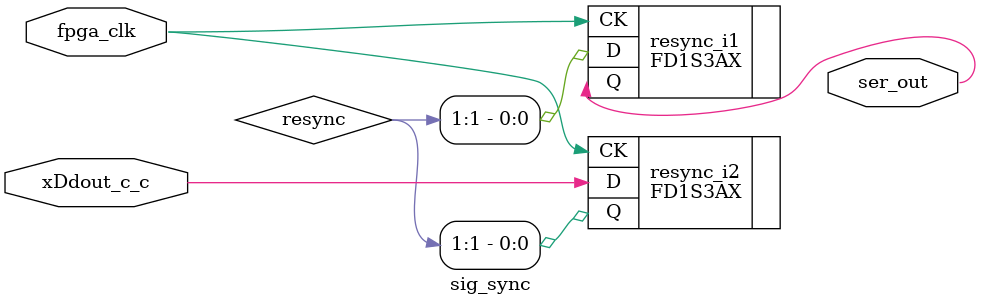
<source format=v>

module kbuf_top (Adout, Acs, Asck, Adin, Dlatch, Ddin, Dclk, Ddout, 
            kreset, xAdout, xAcs, xAsck, xAdin, xDlatch, xDdin, 
            xDclk, xDdout, ka_in, dac_out, t_out, leds, dac_clk) /* synthesis syn_module_defined=1 */ ;   // c:/dan/engineering/lattice/learning/kanalogbuffer/kbuf_top.v(1[8:16])
    input Adout;   // c:/dan/engineering/lattice/learning/kanalogbuffer/kbuf_top.v(4[8:13])
    input Acs;   // c:/dan/engineering/lattice/learning/kanalogbuffer/kbuf_top.v(5[8:11])
    input Asck;   // c:/dan/engineering/lattice/learning/kanalogbuffer/kbuf_top.v(6[8:12])
    input Adin;   // c:/dan/engineering/lattice/learning/kanalogbuffer/kbuf_top.v(7[8:12])
    input Dlatch;   // c:/dan/engineering/lattice/learning/kanalogbuffer/kbuf_top.v(9[8:14])
    output Ddin;   // c:/dan/engineering/lattice/learning/kanalogbuffer/kbuf_top.v(10[9:13])
    input Dclk;   // c:/dan/engineering/lattice/learning/kanalogbuffer/kbuf_top.v(11[8:12])
    input Ddout;   // c:/dan/engineering/lattice/learning/kanalogbuffer/kbuf_top.v(12[8:13])
    input kreset;   // c:/dan/engineering/lattice/learning/kanalogbuffer/kbuf_top.v(14[8:14])
    output xAdout;   // c:/dan/engineering/lattice/learning/kanalogbuffer/kbuf_top.v(17[9:15])
    output xAcs;   // c:/dan/engineering/lattice/learning/kanalogbuffer/kbuf_top.v(18[9:13])
    output xAsck;   // c:/dan/engineering/lattice/learning/kanalogbuffer/kbuf_top.v(19[9:14])
    output xAdin;   // c:/dan/engineering/lattice/learning/kanalogbuffer/kbuf_top.v(20[9:14])
    output xDlatch;   // c:/dan/engineering/lattice/learning/kanalogbuffer/kbuf_top.v(22[9:16])
    output xDdin;   // c:/dan/engineering/lattice/learning/kanalogbuffer/kbuf_top.v(23[9:14])
    output xDclk;   // c:/dan/engineering/lattice/learning/kanalogbuffer/kbuf_top.v(24[9:14])
    output xDdout;   // c:/dan/engineering/lattice/learning/kanalogbuffer/kbuf_top.v(25[9:15])
    input [15:0]ka_in;   // c:/dan/engineering/lattice/learning/kanalogbuffer/kbuf_top.v(27[15:20])
    output [7:0]dac_out;   // c:/dan/engineering/lattice/learning/kanalogbuffer/kbuf_top.v(29[15:22])
    output t_out;   // c:/dan/engineering/lattice/learning/kanalogbuffer/kbuf_top.v(31[9:14])
    output [7:0]leds;   // c:/dan/engineering/lattice/learning/kanalogbuffer/kbuf_top.v(33[15:19])
    output dac_clk;   // c:/dan/engineering/lattice/learning/kanalogbuffer/kbuf_top.v(35[13:20])
    
    wire fpga_clk /* synthesis is_clock=1, SET_AS_NETWORK=fpga_clk */ ;   // c:/dan/engineering/lattice/learning/kanalogbuffer/kbuf_top.v(39[62:70])
    
    wire GND_net, VCC_net, xAdout_c_c, xAcs_c_c, xAsck_c_c, xAdin_c_c, 
        xDlatch_c_c, t_out_c, xDclk_c_c, xDdout_c_c, kreset_c, ka_in_c_15, 
        ka_in_c_14, ka_in_c_13, ka_in_c_12, ka_in_c_11, ka_in_c_10, 
        ka_in_c_9, ka_in_c_8, ka_in_c_7, ka_in_c_6, ka_in_c_5, ka_in_c_4, 
        ka_in_c_3, ka_in_c_2, ka_in_c_1, ka_in_c_0, dac_out_c_7, dac_out_c_6, 
        dac_out_c_5, dac_out_c_4, dac_out_c_3, dac_out_c_2, dac_out_c_1, 
        dac_out_c_0, leds_c_7, leds_c_6, leds_c_5, leds_c_4, leds_c_3, 
        leds_c_2, leds_c_1, leds_c_0, dac_clk_c, ser_out, rclk_rise, 
        dDclk, ddDclk, dDlatch, ddDlatch, n228, n231, resync, 
        fpga_clk_enable_29, fpga_clk_enable_12, fpga_clk_enable_36, fpga_clk_enable_49, 
        fpga_clk_enable_19;
    wire [15:0]ff_adj_175;   // c:/dan/engineering/lattice/learning/kanalogbuffer/latch_sr_n.v(12[14:16])
    wire [15:0]ff_15__N_155;
    
    wire fpga_clk_enable_2;
    
    VHI i2 (.Z(VCC_net));
    edge_det ser_load_edge (.resync(resync), .fpga_clk(fpga_clk), .n228(n228), 
            .dac_out_c_2(dac_out_c_2), .ka_in_c_14(ka_in_c_14), .\ff[15] (ff_adj_175[15]), 
            .ff_15__N_155({ff_15__N_155}), .ka_in_c_12(ka_in_c_12), .\ff[13] (ff_adj_175[13]), 
            .ka_in_c_11(ka_in_c_11), .\ff[12] (ff_adj_175[12]), .ka_in_c_10(ka_in_c_10), 
            .\ff[11] (ff_adj_175[11]), .ka_in_c_9(ka_in_c_9), .\ff[10] (ff_adj_175[10]), 
            .ka_in_c_8(ka_in_c_8), .\ff[9] (ff_adj_175[9]), .ka_in_c_7(ka_in_c_7), 
            .\ff[8] (ff_adj_175[8]), .ka_in_c_6(ka_in_c_6), .\ff[7] (ff_adj_175[7]), 
            .ka_in_c_5(ka_in_c_5), .\ff[6] (ff_adj_175[6]), .ka_in_c_4(ka_in_c_4), 
            .\ff[5] (ff_adj_175[5]), .ka_in_c_1(ka_in_c_1), .\ff[2] (ff_adj_175[2]), 
            .ka_in_c_0(ka_in_c_0), .\ff[1] (ff_adj_175[1]), .ka_in_c_2(ka_in_c_2), 
            .\ff[3] (ff_adj_175[3]), .ka_in_c_3(ka_in_c_3), .\ff[4] (ff_adj_175[4]), 
            .rclk_rise(rclk_rise), .kreset_c(kreset_c), .fpga_clk_enable_49(fpga_clk_enable_49), 
            .ka_in_c_13(ka_in_c_13), .\ff[14] (ff_adj_175[14]), .ka_in_c_15(ka_in_c_15)) /* synthesis syn_module_defined=1 */ ;   // c:/dan/engineering/lattice/learning/kanalogbuffer/kbuf_top.v(77[11:118])
    OB dac_out_pad_2 (.I(dac_out_c_2), .O(dac_out[2]));   // c:/dan/engineering/lattice/learning/kanalogbuffer/kbuf_top.v(29[15:22])
    delay_U2 dly3 (.dDlatch(dDlatch), .fpga_clk(fpga_clk), .n228(n228), 
            .xDlatch_c_c(xDlatch_c_c)) /* synthesis syn_module_defined=1 */ ;   // c:/dan/engineering/lattice/learning/kanalogbuffer/kbuf_top.v(69[8:75])
    OB xAdin_pad (.I(xAdin_c_c), .O(xAdin));   // c:/dan/engineering/lattice/learning/kanalogbuffer/kbuf_top.v(20[9:14])
    OSCH rc_oscillator (.STDBY(GND_net), .OSC(fpga_clk)) /* synthesis syn_instantiated=1 */ ;
    defparam rc_oscillator.NOM_FREQ = "66.50";
    OB dac_out_pad_3 (.I(dac_out_c_3), .O(dac_out[3]));   // c:/dan/engineering/lattice/learning/kanalogbuffer/kbuf_top.v(29[15:22])
    OB dac_out_pad_4 (.I(dac_out_c_4), .O(dac_out[4]));   // c:/dan/engineering/lattice/learning/kanalogbuffer/kbuf_top.v(29[15:22])
    OB dac_out_pad_5 (.I(dac_out_c_5), .O(dac_out[5]));   // c:/dan/engineering/lattice/learning/kanalogbuffer/kbuf_top.v(29[15:22])
    OB xAsck_pad (.I(xAsck_c_c), .O(xAsck));   // c:/dan/engineering/lattice/learning/kanalogbuffer/kbuf_top.v(19[9:14])
    OB dac_out_pad_6 (.I(dac_out_c_6), .O(dac_out[6]));   // c:/dan/engineering/lattice/learning/kanalogbuffer/kbuf_top.v(29[15:22])
    OB xAcs_pad (.I(xAcs_c_c), .O(xAcs));   // c:/dan/engineering/lattice/learning/kanalogbuffer/kbuf_top.v(18[9:13])
    OB dac_out_pad_7 (.I(dac_out_c_7), .O(dac_out[7]));   // c:/dan/engineering/lattice/learning/kanalogbuffer/kbuf_top.v(29[15:22])
    OB xDdout_pad (.I(xDdout_c_c), .O(xDdout));   // c:/dan/engineering/lattice/learning/kanalogbuffer/kbuf_top.v(25[9:15])
    delay_U4 dly1 (.dDclk(dDclk), .fpga_clk(fpga_clk), .n228(n228), .xDclk_c_c(xDclk_c_c)) /* synthesis syn_module_defined=1 */ ;   // c:/dan/engineering/lattice/learning/kanalogbuffer/kbuf_top.v(63[9:72])
    OB xDclk_pad (.I(xDclk_c_c), .O(xDclk));   // c:/dan/engineering/lattice/learning/kanalogbuffer/kbuf_top.v(24[9:14])
    OB xDdin_pad (.I(GND_net), .O(xDdin));   // c:/dan/engineering/lattice/learning/kanalogbuffer/kbuf_top.v(23[9:14])
    LUT4 kreset_I_0_1_lut_rep_1 (.A(kreset_c), .Z(n228)) /* synthesis lut_function=(!(A)) */ ;   // c:/dan/engineering/lattice/learning/kanalogbuffer/kbuf_top.v(86[56:63])
    defparam kreset_I_0_1_lut_rep_1.init = 16'h5555;
    FD1P3IX dac_clk_17 (.D(n231), .SP(fpga_clk_enable_2), .CD(rclk_rise), 
            .CK(fpga_clk), .Q(dac_clk_c));   // c:/dan/engineering/lattice/learning/kanalogbuffer/kbuf_top.v(88[9] 98[5])
    defparam dac_clk_17.GSR = "ENABLED";
    SR_Latch_N dac_out_7__I_0 (.dac_out_c_0(dac_out_c_0), .fpga_clk(fpga_clk), 
            .fpga_clk_enable_19(fpga_clk_enable_19), .n228(n228), .fpga_clk_enable_36(fpga_clk_enable_36), 
            .dac_out_c_1(dac_out_c_1), .dac_out_c_2(dac_out_c_2), .dac_out_c_3(dac_out_c_3), 
            .dac_out_c_4(dac_out_c_4), .dac_out_c_5(dac_out_c_5), .dac_out_c_6(dac_out_c_6), 
            .dac_out_c_7(dac_out_c_7), .ser_out(ser_out)) /* synthesis syn_module_defined=1 */ ;   // c:/dan/engineering/lattice/learning/kanalogbuffer/kbuf_top.v(81[22:130])
    OB xAdout_pad (.I(xAdout_c_c), .O(xAdout));   // c:/dan/engineering/lattice/learning/kanalogbuffer/kbuf_top.v(17[9:15])
    OB Ddin_pad (.I(t_out_c), .O(Ddin));   // c:/dan/engineering/lattice/learning/kanalogbuffer/kbuf_top.v(10[9:13])
    OB xDlatch_pad (.I(xDlatch_c_c), .O(xDlatch));   // c:/dan/engineering/lattice/learning/kanalogbuffer/kbuf_top.v(22[9:16])
    OB dac_out_pad_1 (.I(dac_out_c_1), .O(dac_out[1]));   // c:/dan/engineering/lattice/learning/kanalogbuffer/kbuf_top.v(29[15:22])
    OB dac_out_pad_0 (.I(dac_out_c_0), .O(dac_out[0]));   // c:/dan/engineering/lattice/learning/kanalogbuffer/kbuf_top.v(29[15:22])
    OB t_out_pad (.I(t_out_c), .O(t_out));   // c:/dan/engineering/lattice/learning/kanalogbuffer/kbuf_top.v(31[9:14])
    OB leds_pad_7 (.I(leds_c_7), .O(leds[7]));   // c:/dan/engineering/lattice/learning/kanalogbuffer/kbuf_top.v(33[15:19])
    OB leds_pad_6 (.I(leds_c_6), .O(leds[6]));   // c:/dan/engineering/lattice/learning/kanalogbuffer/kbuf_top.v(33[15:19])
    OB leds_pad_5 (.I(leds_c_5), .O(leds[5]));   // c:/dan/engineering/lattice/learning/kanalogbuffer/kbuf_top.v(33[15:19])
    OB leds_pad_4 (.I(leds_c_4), .O(leds[4]));   // c:/dan/engineering/lattice/learning/kanalogbuffer/kbuf_top.v(33[15:19])
    OB leds_pad_3 (.I(leds_c_3), .O(leds[3]));   // c:/dan/engineering/lattice/learning/kanalogbuffer/kbuf_top.v(33[15:19])
    OB leds_pad_2 (.I(leds_c_2), .O(leds[2]));   // c:/dan/engineering/lattice/learning/kanalogbuffer/kbuf_top.v(33[15:19])
    OB leds_pad_1 (.I(leds_c_1), .O(leds[1]));   // c:/dan/engineering/lattice/learning/kanalogbuffer/kbuf_top.v(33[15:19])
    OB leds_pad_0 (.I(leds_c_0), .O(leds[0]));   // c:/dan/engineering/lattice/learning/kanalogbuffer/kbuf_top.v(33[15:19])
    OB dac_clk_pad (.I(dac_clk_c), .O(dac_clk));   // c:/dan/engineering/lattice/learning/kanalogbuffer/kbuf_top.v(35[13:20])
    IB xAdout_c_pad (.I(Adout), .O(xAdout_c_c));   // c:/dan/engineering/lattice/learning/kanalogbuffer/kbuf_top.v(4[8:13])
    IB xAcs_c_pad (.I(Acs), .O(xAcs_c_c));   // c:/dan/engineering/lattice/learning/kanalogbuffer/kbuf_top.v(5[8:11])
    IB xAsck_c_pad (.I(Asck), .O(xAsck_c_c));   // c:/dan/engineering/lattice/learning/kanalogbuffer/kbuf_top.v(6[8:12])
    IB xAdin_c_pad (.I(Adin), .O(xAdin_c_c));   // c:/dan/engineering/lattice/learning/kanalogbuffer/kbuf_top.v(7[8:12])
    IB xDlatch_c_pad (.I(Dlatch), .O(xDlatch_c_c));   // c:/dan/engineering/lattice/learning/kanalogbuffer/kbuf_top.v(9[8:14])
    IB xDclk_c_pad (.I(Dclk), .O(xDclk_c_c));   // c:/dan/engineering/lattice/learning/kanalogbuffer/kbuf_top.v(11[8:12])
    IB xDdout_c_pad (.I(Ddout), .O(xDdout_c_c));   // c:/dan/engineering/lattice/learning/kanalogbuffer/kbuf_top.v(12[8:13])
    IB kreset_pad (.I(kreset), .O(kreset_c));   // c:/dan/engineering/lattice/learning/kanalogbuffer/kbuf_top.v(14[8:14])
    IB ka_in_pad_15 (.I(ka_in[15]), .O(ka_in_c_15));   // c:/dan/engineering/lattice/learning/kanalogbuffer/kbuf_top.v(27[15:20])
    IB ka_in_pad_14 (.I(ka_in[14]), .O(ka_in_c_14));   // c:/dan/engineering/lattice/learning/kanalogbuffer/kbuf_top.v(27[15:20])
    IB ka_in_pad_13 (.I(ka_in[13]), .O(ka_in_c_13));   // c:/dan/engineering/lattice/learning/kanalogbuffer/kbuf_top.v(27[15:20])
    IB ka_in_pad_12 (.I(ka_in[12]), .O(ka_in_c_12));   // c:/dan/engineering/lattice/learning/kanalogbuffer/kbuf_top.v(27[15:20])
    IB ka_in_pad_11 (.I(ka_in[11]), .O(ka_in_c_11));   // c:/dan/engineering/lattice/learning/kanalogbuffer/kbuf_top.v(27[15:20])
    IB ka_in_pad_10 (.I(ka_in[10]), .O(ka_in_c_10));   // c:/dan/engineering/lattice/learning/kanalogbuffer/kbuf_top.v(27[15:20])
    IB ka_in_pad_9 (.I(ka_in[9]), .O(ka_in_c_9));   // c:/dan/engineering/lattice/learning/kanalogbuffer/kbuf_top.v(27[15:20])
    IB ka_in_pad_8 (.I(ka_in[8]), .O(ka_in_c_8));   // c:/dan/engineering/lattice/learning/kanalogbuffer/kbuf_top.v(27[15:20])
    IB ka_in_pad_7 (.I(ka_in[7]), .O(ka_in_c_7));   // c:/dan/engineering/lattice/learning/kanalogbuffer/kbuf_top.v(27[15:20])
    IB ka_in_pad_6 (.I(ka_in[6]), .O(ka_in_c_6));   // c:/dan/engineering/lattice/learning/kanalogbuffer/kbuf_top.v(27[15:20])
    IB ka_in_pad_5 (.I(ka_in[5]), .O(ka_in_c_5));   // c:/dan/engineering/lattice/learning/kanalogbuffer/kbuf_top.v(27[15:20])
    IB ka_in_pad_4 (.I(ka_in[4]), .O(ka_in_c_4));   // c:/dan/engineering/lattice/learning/kanalogbuffer/kbuf_top.v(27[15:20])
    IB ka_in_pad_3 (.I(ka_in[3]), .O(ka_in_c_3));   // c:/dan/engineering/lattice/learning/kanalogbuffer/kbuf_top.v(27[15:20])
    IB ka_in_pad_2 (.I(ka_in[2]), .O(ka_in_c_2));   // c:/dan/engineering/lattice/learning/kanalogbuffer/kbuf_top.v(27[15:20])
    IB ka_in_pad_1 (.I(ka_in[1]), .O(ka_in_c_1));   // c:/dan/engineering/lattice/learning/kanalogbuffer/kbuf_top.v(27[15:20])
    IB ka_in_pad_0 (.I(ka_in[0]), .O(ka_in_c_0));   // c:/dan/engineering/lattice/learning/kanalogbuffer/kbuf_top.v(27[15:20])
    edge_det_U0 s_edge (.fpga_clk(fpga_clk), .n228(n228), .ddDclk(ddDclk), 
            .kreset_c(kreset_c), .fpga_clk_enable_36(fpga_clk_enable_36), 
            .rclk_rise(rclk_rise), .fpga_clk_enable_19(fpga_clk_enable_19)) /* synthesis syn_module_defined=1 */ ;   // c:/dan/engineering/lattice/learning/kanalogbuffer/kbuf_top.v(65[11:99])
    Latch_SR_N ka_in_latch (.\ff[13] (ff_adj_175[13]), .fpga_clk(fpga_clk), 
            .fpga_clk_enable_49(fpga_clk_enable_49), .n228(n228), .ff_15__N_155({ff_15__N_155}), 
            .\ff[15] (ff_adj_175[15]), .\ff[14] (ff_adj_175[14]), .\ff[12] (ff_adj_175[12]), 
            .\ff[11] (ff_adj_175[11]), .\ff[10] (ff_adj_175[10]), .\ff[9] (ff_adj_175[9]), 
            .\ff[8] (ff_adj_175[8]), .\ff[7] (ff_adj_175[7]), .\ff[6] (ff_adj_175[6]), 
            .\ff[5] (ff_adj_175[5]), .\ff[4] (ff_adj_175[4]), .\ff[3] (ff_adj_175[3]), 
            .\ff[2] (ff_adj_175[2]), .\ff[1] (ff_adj_175[1]), .t_out_c(t_out_c)) /* synthesis syn_module_defined=1 */ ;   // c:/dan/engineering/lattice/learning/kanalogbuffer/kbuf_top.v(86[23:147])
    \SR_Latch_N(N=24)  ka_out_latch (.leds_c_0(leds_c_0), .fpga_clk(fpga_clk), 
            .fpga_clk_enable_12(fpga_clk_enable_12), .n228(n228), .leds_c_1(leds_c_1), 
            .leds_c_2(leds_c_2), .leds_c_3(leds_c_3), .leds_c_4(leds_c_4), 
            .leds_c_5(leds_c_5), .leds_c_6(leds_c_6), .leds_c_7(leds_c_7), 
            .fpga_clk_enable_29(fpga_clk_enable_29), .dac_out_c_3(dac_out_c_3)) /* synthesis syn_module_defined=1 */ ;   // c:/dan/engineering/lattice/learning/kanalogbuffer/kbuf_top.v(82[23:145])
    edge_det_U1 r_edge (.fpga_clk(fpga_clk), .n228(n228), .ddDlatch(ddDlatch), 
            .fpga_clk_enable_2(fpga_clk_enable_2), .kreset_c(kreset_c), 
            .fpga_clk_enable_29(fpga_clk_enable_29), .rclk_rise(rclk_rise)) /* synthesis syn_module_defined=1 */ ;   // c:/dan/engineering/lattice/learning/kanalogbuffer/kbuf_top.v(71[11:101])
    delay dly4 (.ddDlatch(ddDlatch), .fpga_clk(fpga_clk), .n228(n228), 
          .dDlatch(dDlatch)) /* synthesis syn_module_defined=1 */ ;   // c:/dan/engineering/lattice/learning/kanalogbuffer/kbuf_top.v(70[8:77])
    delay_U3 dly2 (.ddDclk(ddDclk), .fpga_clk(fpga_clk), .n228(n228), 
            .dDclk(dDclk)) /* synthesis syn_module_defined=1 */ ;   // c:/dan/engineering/lattice/learning/kanalogbuffer/kbuf_top.v(64[8:73])
    GSR GSR_INST (.GSR(VCC_net));
    LUT4 i53_4_lut_4_lut (.A(kreset_c), .B(resync), .C(fpga_clk_enable_2), 
         .D(dac_out_c_2), .Z(fpga_clk_enable_12)) /* synthesis lut_function=(!(A (B+(C+!(D))))) */ ;   // c:/dan/engineering/lattice/learning/kanalogbuffer/kbuf_top.v(86[56:63])
    defparam i53_4_lut_4_lut.init = 16'h5755;
    sig_sync ser_edge (.ser_out(ser_out), .fpga_clk(fpga_clk), .xDdout_c_c(xDdout_c_c)) /* synthesis syn_module_defined=1 */ ;   // c:/dan/engineering/lattice/learning/kanalogbuffer/kbuf_top.v(73[11:70])
    VLO i1 (.Z(GND_net));
    TSALL TSALL_INST (.TSALL(GND_net));
    LUT4 m1_lut (.Z(n231)) /* synthesis lut_function=1, syn_instantiated=1 */ ;
    defparam m1_lut.init = 16'hffff;
    PUR PUR_INST (.PUR(VCC_net));
    defparam PUR_INST.RST_PULSE = 1;
    
endmodule
//
// Verilog Description of module edge_det
//

module edge_det (resync, fpga_clk, n228, dac_out_c_2, ka_in_c_14, 
            \ff[15] , ff_15__N_155, ka_in_c_12, \ff[13] , ka_in_c_11, 
            \ff[12] , ka_in_c_10, \ff[11] , ka_in_c_9, \ff[10] , ka_in_c_8, 
            \ff[9] , ka_in_c_7, \ff[8] , ka_in_c_6, \ff[7] , ka_in_c_5, 
            \ff[6] , ka_in_c_4, \ff[5] , ka_in_c_1, \ff[2] , ka_in_c_0, 
            \ff[1] , ka_in_c_2, \ff[3] , ka_in_c_3, \ff[4] , rclk_rise, 
            kreset_c, fpga_clk_enable_49, ka_in_c_13, \ff[14] , ka_in_c_15) /* synthesis syn_module_defined=1 */ ;
    output resync;
    input fpga_clk;
    input n228;
    input dac_out_c_2;
    input ka_in_c_14;
    input \ff[15] ;
    output [15:0]ff_15__N_155;
    input ka_in_c_12;
    input \ff[13] ;
    input ka_in_c_11;
    input \ff[12] ;
    input ka_in_c_10;
    input \ff[11] ;
    input ka_in_c_9;
    input \ff[10] ;
    input ka_in_c_8;
    input \ff[9] ;
    input ka_in_c_7;
    input \ff[8] ;
    input ka_in_c_6;
    input \ff[7] ;
    input ka_in_c_5;
    input \ff[6] ;
    input ka_in_c_4;
    input \ff[5] ;
    input ka_in_c_1;
    input \ff[2] ;
    input ka_in_c_0;
    input \ff[1] ;
    input ka_in_c_2;
    input \ff[3] ;
    input ka_in_c_3;
    input \ff[4] ;
    input rclk_rise;
    input kreset_c;
    output fpga_clk_enable_49;
    input ka_in_c_13;
    input \ff[14] ;
    input ka_in_c_15;
    
    wire fpga_clk /* synthesis is_clock=1, SET_AS_NETWORK=fpga_clk */ ;   // c:/dan/engineering/lattice/learning/kanalogbuffer/kbuf_top.v(39[62:70])
    
    FD1S3IX resync_10 (.D(dac_out_c_2), .CK(fpga_clk), .CD(n228), .Q(resync));   // c:/dan/engineering/lattice/learning/kanalogbuffer/edge_det.v(13[10] 21[8])
    defparam resync_10.GSR = "ENABLED";
    LUT4 mux_4_i15_3_lut_4_lut (.A(resync), .B(dac_out_c_2), .C(ka_in_c_14), 
         .D(\ff[15] ), .Z(ff_15__N_155[14])) /* synthesis lut_function=(A (B (D)+!B (C))+!A (D)) */ ;   // c:/dan/engineering/lattice/learning/kanalogbuffer/edge_det.v(11[17:31])
    defparam mux_4_i15_3_lut_4_lut.init = 16'hfd20;
    LUT4 mux_4_i13_3_lut_4_lut (.A(resync), .B(dac_out_c_2), .C(ka_in_c_12), 
         .D(\ff[13] ), .Z(ff_15__N_155[12])) /* synthesis lut_function=(A (B (D)+!B (C))+!A (D)) */ ;   // c:/dan/engineering/lattice/learning/kanalogbuffer/edge_det.v(11[17:31])
    defparam mux_4_i13_3_lut_4_lut.init = 16'hfd20;
    LUT4 mux_4_i12_3_lut_4_lut (.A(resync), .B(dac_out_c_2), .C(ka_in_c_11), 
         .D(\ff[12] ), .Z(ff_15__N_155[11])) /* synthesis lut_function=(A (B (D)+!B (C))+!A (D)) */ ;   // c:/dan/engineering/lattice/learning/kanalogbuffer/edge_det.v(11[17:31])
    defparam mux_4_i12_3_lut_4_lut.init = 16'hfd20;
    LUT4 mux_4_i11_3_lut_4_lut (.A(resync), .B(dac_out_c_2), .C(ka_in_c_10), 
         .D(\ff[11] ), .Z(ff_15__N_155[10])) /* synthesis lut_function=(A (B (D)+!B (C))+!A (D)) */ ;   // c:/dan/engineering/lattice/learning/kanalogbuffer/edge_det.v(11[17:31])
    defparam mux_4_i11_3_lut_4_lut.init = 16'hfd20;
    LUT4 mux_4_i10_3_lut_4_lut (.A(resync), .B(dac_out_c_2), .C(ka_in_c_9), 
         .D(\ff[10] ), .Z(ff_15__N_155[9])) /* synthesis lut_function=(A (B (D)+!B (C))+!A (D)) */ ;   // c:/dan/engineering/lattice/learning/kanalogbuffer/edge_det.v(11[17:31])
    defparam mux_4_i10_3_lut_4_lut.init = 16'hfd20;
    LUT4 mux_4_i9_3_lut_4_lut (.A(resync), .B(dac_out_c_2), .C(ka_in_c_8), 
         .D(\ff[9] ), .Z(ff_15__N_155[8])) /* synthesis lut_function=(A (B (D)+!B (C))+!A (D)) */ ;   // c:/dan/engineering/lattice/learning/kanalogbuffer/edge_det.v(11[17:31])
    defparam mux_4_i9_3_lut_4_lut.init = 16'hfd20;
    LUT4 mux_4_i8_3_lut_4_lut (.A(resync), .B(dac_out_c_2), .C(ka_in_c_7), 
         .D(\ff[8] ), .Z(ff_15__N_155[7])) /* synthesis lut_function=(A (B (D)+!B (C))+!A (D)) */ ;   // c:/dan/engineering/lattice/learning/kanalogbuffer/edge_det.v(11[17:31])
    defparam mux_4_i8_3_lut_4_lut.init = 16'hfd20;
    LUT4 mux_4_i7_3_lut_4_lut (.A(resync), .B(dac_out_c_2), .C(ka_in_c_6), 
         .D(\ff[7] ), .Z(ff_15__N_155[6])) /* synthesis lut_function=(A (B (D)+!B (C))+!A (D)) */ ;   // c:/dan/engineering/lattice/learning/kanalogbuffer/edge_det.v(11[17:31])
    defparam mux_4_i7_3_lut_4_lut.init = 16'hfd20;
    LUT4 mux_4_i6_3_lut_4_lut (.A(resync), .B(dac_out_c_2), .C(ka_in_c_5), 
         .D(\ff[6] ), .Z(ff_15__N_155[5])) /* synthesis lut_function=(A (B (D)+!B (C))+!A (D)) */ ;   // c:/dan/engineering/lattice/learning/kanalogbuffer/edge_det.v(11[17:31])
    defparam mux_4_i6_3_lut_4_lut.init = 16'hfd20;
    LUT4 mux_4_i5_3_lut_4_lut (.A(resync), .B(dac_out_c_2), .C(ka_in_c_4), 
         .D(\ff[5] ), .Z(ff_15__N_155[4])) /* synthesis lut_function=(A (B (D)+!B (C))+!A (D)) */ ;   // c:/dan/engineering/lattice/learning/kanalogbuffer/edge_det.v(11[17:31])
    defparam mux_4_i5_3_lut_4_lut.init = 16'hfd20;
    LUT4 mux_4_i2_3_lut_4_lut (.A(resync), .B(dac_out_c_2), .C(ka_in_c_1), 
         .D(\ff[2] ), .Z(ff_15__N_155[1])) /* synthesis lut_function=(A (B (D)+!B (C))+!A (D)) */ ;   // c:/dan/engineering/lattice/learning/kanalogbuffer/edge_det.v(11[17:31])
    defparam mux_4_i2_3_lut_4_lut.init = 16'hfd20;
    LUT4 mux_4_i1_3_lut_4_lut (.A(resync), .B(dac_out_c_2), .C(ka_in_c_0), 
         .D(\ff[1] ), .Z(ff_15__N_155[0])) /* synthesis lut_function=(A (B (D)+!B (C))+!A (D)) */ ;   // c:/dan/engineering/lattice/learning/kanalogbuffer/edge_det.v(11[17:31])
    defparam mux_4_i1_3_lut_4_lut.init = 16'hfd20;
    LUT4 mux_4_i3_3_lut_4_lut (.A(resync), .B(dac_out_c_2), .C(ka_in_c_2), 
         .D(\ff[3] ), .Z(ff_15__N_155[2])) /* synthesis lut_function=(A (B (D)+!B (C))+!A (D)) */ ;   // c:/dan/engineering/lattice/learning/kanalogbuffer/edge_det.v(11[17:31])
    defparam mux_4_i3_3_lut_4_lut.init = 16'hfd20;
    LUT4 mux_4_i4_3_lut_4_lut (.A(resync), .B(dac_out_c_2), .C(ka_in_c_3), 
         .D(\ff[4] ), .Z(ff_15__N_155[3])) /* synthesis lut_function=(A (B (D)+!B (C))+!A (D)) */ ;   // c:/dan/engineering/lattice/learning/kanalogbuffer/edge_det.v(11[17:31])
    defparam mux_4_i4_3_lut_4_lut.init = 16'hfd20;
    LUT4 i2_3_lut_3_lut_4_lut (.A(resync), .B(dac_out_c_2), .C(rclk_rise), 
         .D(kreset_c), .Z(fpga_clk_enable_49)) /* synthesis lut_function=(A ((C+!(D))+!B)+!A (C+!(D))) */ ;   // c:/dan/engineering/lattice/learning/kanalogbuffer/edge_det.v(11[17:31])
    defparam i2_3_lut_3_lut_4_lut.init = 16'hf2ff;
    LUT4 mux_4_i14_3_lut_4_lut (.A(resync), .B(dac_out_c_2), .C(ka_in_c_13), 
         .D(\ff[14] ), .Z(ff_15__N_155[13])) /* synthesis lut_function=(A (B (D)+!B (C))+!A (D)) */ ;   // c:/dan/engineering/lattice/learning/kanalogbuffer/edge_det.v(11[17:31])
    defparam mux_4_i14_3_lut_4_lut.init = 16'hfd20;
    LUT4 i144_2_lut_3_lut (.A(resync), .B(dac_out_c_2), .C(ka_in_c_15), 
         .Z(ff_15__N_155[15])) /* synthesis lut_function=((B+(C))+!A) */ ;   // c:/dan/engineering/lattice/learning/kanalogbuffer/edge_det.v(11[17:31])
    defparam i144_2_lut_3_lut.init = 16'hfdfd;
    
endmodule
//
// Verilog Description of module delay_U2
//

module delay_U2 (dDlatch, fpga_clk, n228, xDlatch_c_c) /* synthesis syn_module_defined=1 */ ;
    output dDlatch;
    input fpga_clk;
    input n228;
    input xDlatch_c_c;
    
    wire fpga_clk /* synthesis is_clock=1, SET_AS_NETWORK=fpga_clk */ ;   // c:/dan/engineering/lattice/learning/kanalogbuffer/kbuf_top.v(39[62:70])
    
    FD1S3IX sync_6 (.D(xDlatch_c_c), .CK(fpga_clk), .CD(n228), .Q(dDlatch));   // c:/dan/engineering/lattice/learning/kanalogbuffer/delay.v(9[9] 19[5])
    defparam sync_6.GSR = "ENABLED";
    
endmodule
//
// Verilog Description of module delay_U4
//

module delay_U4 (dDclk, fpga_clk, n228, xDclk_c_c) /* synthesis syn_module_defined=1 */ ;
    output dDclk;
    input fpga_clk;
    input n228;
    input xDclk_c_c;
    
    wire fpga_clk /* synthesis is_clock=1, SET_AS_NETWORK=fpga_clk */ ;   // c:/dan/engineering/lattice/learning/kanalogbuffer/kbuf_top.v(39[62:70])
    
    FD1S3IX sync_6 (.D(xDclk_c_c), .CK(fpga_clk), .CD(n228), .Q(dDclk));   // c:/dan/engineering/lattice/learning/kanalogbuffer/delay.v(9[9] 19[5])
    defparam sync_6.GSR = "ENABLED";
    
endmodule
//
// Verilog Description of module SR_Latch_N
//

module SR_Latch_N (dac_out_c_0, fpga_clk, fpga_clk_enable_19, n228, 
            fpga_clk_enable_36, dac_out_c_1, dac_out_c_2, dac_out_c_3, 
            dac_out_c_4, dac_out_c_5, dac_out_c_6, dac_out_c_7, ser_out) /* synthesis syn_module_defined=1 */ ;
    output dac_out_c_0;
    input fpga_clk;
    input fpga_clk_enable_19;
    input n228;
    input fpga_clk_enable_36;
    output dac_out_c_1;
    output dac_out_c_2;
    output dac_out_c_3;
    output dac_out_c_4;
    output dac_out_c_5;
    output dac_out_c_6;
    output dac_out_c_7;
    input ser_out;
    
    wire fpga_clk /* synthesis is_clock=1, SET_AS_NETWORK=fpga_clk */ ;   // c:/dan/engineering/lattice/learning/kanalogbuffer/kbuf_top.v(39[62:70])
    wire [7:0]ff;   // c:/dan/engineering/lattice/learning/kanalogbuffer/sr_latch.v(12[15:17])
    
    FD1P3IX par_out__i1 (.D(ff[0]), .SP(fpga_clk_enable_19), .CD(n228), 
            .CK(fpga_clk), .Q(dac_out_c_0)) /* synthesis LSE_LINE_FILE_ID=3, LSE_LCOL=22, LSE_RCOL=130, LSE_LLINE=81, LSE_RLINE=81 */ ;   // c:/dan/engineering/lattice/learning/kanalogbuffer/sr_latch.v(16[10] 29[8])
    defparam par_out__i1.GSR = "ENABLED";
    FD1P3IX ff__i0 (.D(ff[1]), .SP(fpga_clk_enable_36), .CD(n228), .CK(fpga_clk), 
            .Q(ff[0])) /* synthesis LSE_LINE_FILE_ID=3, LSE_LCOL=22, LSE_RCOL=130, LSE_LLINE=81, LSE_RLINE=81 */ ;   // c:/dan/engineering/lattice/learning/kanalogbuffer/sr_latch.v(16[10] 29[8])
    defparam ff__i0.GSR = "ENABLED";
    FD1P3IX par_out__i2 (.D(ff[1]), .SP(fpga_clk_enable_19), .CD(n228), 
            .CK(fpga_clk), .Q(dac_out_c_1)) /* synthesis LSE_LINE_FILE_ID=3, LSE_LCOL=22, LSE_RCOL=130, LSE_LLINE=81, LSE_RLINE=81 */ ;   // c:/dan/engineering/lattice/learning/kanalogbuffer/sr_latch.v(16[10] 29[8])
    defparam par_out__i2.GSR = "ENABLED";
    FD1P3IX par_out__i3 (.D(ff[2]), .SP(fpga_clk_enable_19), .CD(n228), 
            .CK(fpga_clk), .Q(dac_out_c_2)) /* synthesis LSE_LINE_FILE_ID=3, LSE_LCOL=22, LSE_RCOL=130, LSE_LLINE=81, LSE_RLINE=81 */ ;   // c:/dan/engineering/lattice/learning/kanalogbuffer/sr_latch.v(16[10] 29[8])
    defparam par_out__i3.GSR = "ENABLED";
    FD1P3IX par_out__i4 (.D(ff[3]), .SP(fpga_clk_enable_19), .CD(n228), 
            .CK(fpga_clk), .Q(dac_out_c_3)) /* synthesis LSE_LINE_FILE_ID=3, LSE_LCOL=22, LSE_RCOL=130, LSE_LLINE=81, LSE_RLINE=81 */ ;   // c:/dan/engineering/lattice/learning/kanalogbuffer/sr_latch.v(16[10] 29[8])
    defparam par_out__i4.GSR = "ENABLED";
    FD1P3IX par_out__i5 (.D(ff[4]), .SP(fpga_clk_enable_19), .CD(n228), 
            .CK(fpga_clk), .Q(dac_out_c_4)) /* synthesis LSE_LINE_FILE_ID=3, LSE_LCOL=22, LSE_RCOL=130, LSE_LLINE=81, LSE_RLINE=81 */ ;   // c:/dan/engineering/lattice/learning/kanalogbuffer/sr_latch.v(16[10] 29[8])
    defparam par_out__i5.GSR = "ENABLED";
    FD1P3IX par_out__i6 (.D(ff[5]), .SP(fpga_clk_enable_19), .CD(n228), 
            .CK(fpga_clk), .Q(dac_out_c_5)) /* synthesis LSE_LINE_FILE_ID=3, LSE_LCOL=22, LSE_RCOL=130, LSE_LLINE=81, LSE_RLINE=81 */ ;   // c:/dan/engineering/lattice/learning/kanalogbuffer/sr_latch.v(16[10] 29[8])
    defparam par_out__i6.GSR = "ENABLED";
    FD1P3IX par_out__i7 (.D(ff[6]), .SP(fpga_clk_enable_19), .CD(n228), 
            .CK(fpga_clk), .Q(dac_out_c_6)) /* synthesis LSE_LINE_FILE_ID=3, LSE_LCOL=22, LSE_RCOL=130, LSE_LLINE=81, LSE_RLINE=81 */ ;   // c:/dan/engineering/lattice/learning/kanalogbuffer/sr_latch.v(16[10] 29[8])
    defparam par_out__i7.GSR = "ENABLED";
    FD1P3IX par_out__i8 (.D(ff[7]), .SP(fpga_clk_enable_19), .CD(n228), 
            .CK(fpga_clk), .Q(dac_out_c_7)) /* synthesis LSE_LINE_FILE_ID=3, LSE_LCOL=22, LSE_RCOL=130, LSE_LLINE=81, LSE_RLINE=81 */ ;   // c:/dan/engineering/lattice/learning/kanalogbuffer/sr_latch.v(16[10] 29[8])
    defparam par_out__i8.GSR = "ENABLED";
    FD1P3IX ff__i1 (.D(ff[2]), .SP(fpga_clk_enable_36), .CD(n228), .CK(fpga_clk), 
            .Q(ff[1])) /* synthesis LSE_LINE_FILE_ID=3, LSE_LCOL=22, LSE_RCOL=130, LSE_LLINE=81, LSE_RLINE=81 */ ;   // c:/dan/engineering/lattice/learning/kanalogbuffer/sr_latch.v(16[10] 29[8])
    defparam ff__i1.GSR = "ENABLED";
    FD1P3IX ff__i2 (.D(ff[3]), .SP(fpga_clk_enable_36), .CD(n228), .CK(fpga_clk), 
            .Q(ff[2])) /* synthesis LSE_LINE_FILE_ID=3, LSE_LCOL=22, LSE_RCOL=130, LSE_LLINE=81, LSE_RLINE=81 */ ;   // c:/dan/engineering/lattice/learning/kanalogbuffer/sr_latch.v(16[10] 29[8])
    defparam ff__i2.GSR = "ENABLED";
    FD1P3IX ff__i3 (.D(ff[4]), .SP(fpga_clk_enable_36), .CD(n228), .CK(fpga_clk), 
            .Q(ff[3])) /* synthesis LSE_LINE_FILE_ID=3, LSE_LCOL=22, LSE_RCOL=130, LSE_LLINE=81, LSE_RLINE=81 */ ;   // c:/dan/engineering/lattice/learning/kanalogbuffer/sr_latch.v(16[10] 29[8])
    defparam ff__i3.GSR = "ENABLED";
    FD1P3IX ff__i4 (.D(ff[5]), .SP(fpga_clk_enable_36), .CD(n228), .CK(fpga_clk), 
            .Q(ff[4])) /* synthesis LSE_LINE_FILE_ID=3, LSE_LCOL=22, LSE_RCOL=130, LSE_LLINE=81, LSE_RLINE=81 */ ;   // c:/dan/engineering/lattice/learning/kanalogbuffer/sr_latch.v(16[10] 29[8])
    defparam ff__i4.GSR = "ENABLED";
    FD1P3IX ff__i5 (.D(ff[6]), .SP(fpga_clk_enable_36), .CD(n228), .CK(fpga_clk), 
            .Q(ff[5])) /* synthesis LSE_LINE_FILE_ID=3, LSE_LCOL=22, LSE_RCOL=130, LSE_LLINE=81, LSE_RLINE=81 */ ;   // c:/dan/engineering/lattice/learning/kanalogbuffer/sr_latch.v(16[10] 29[8])
    defparam ff__i5.GSR = "ENABLED";
    FD1P3IX ff__i6 (.D(ff[7]), .SP(fpga_clk_enable_36), .CD(n228), .CK(fpga_clk), 
            .Q(ff[6])) /* synthesis LSE_LINE_FILE_ID=3, LSE_LCOL=22, LSE_RCOL=130, LSE_LLINE=81, LSE_RLINE=81 */ ;   // c:/dan/engineering/lattice/learning/kanalogbuffer/sr_latch.v(16[10] 29[8])
    defparam ff__i6.GSR = "ENABLED";
    FD1P3IX ff__i7 (.D(ser_out), .SP(fpga_clk_enable_36), .CD(n228), .CK(fpga_clk), 
            .Q(ff[7])) /* synthesis LSE_LINE_FILE_ID=3, LSE_LCOL=22, LSE_RCOL=130, LSE_LLINE=81, LSE_RLINE=81 */ ;   // c:/dan/engineering/lattice/learning/kanalogbuffer/sr_latch.v(16[10] 29[8])
    defparam ff__i7.GSR = "ENABLED";
    
endmodule
//
// Verilog Description of module edge_det_U0
//

module edge_det_U0 (fpga_clk, n228, ddDclk, kreset_c, fpga_clk_enable_36, 
            rclk_rise, fpga_clk_enable_19) /* synthesis syn_module_defined=1 */ ;
    input fpga_clk;
    input n228;
    input ddDclk;
    input kreset_c;
    output fpga_clk_enable_36;
    input rclk_rise;
    output fpga_clk_enable_19;
    
    wire fpga_clk /* synthesis is_clock=1, SET_AS_NETWORK=fpga_clk */ ;   // c:/dan/engineering/lattice/learning/kanalogbuffer/kbuf_top.v(39[62:70])
    
    wire resync;
    
    FD1S3IX resync_10 (.D(ddDclk), .CK(fpga_clk), .CD(n228), .Q(resync));   // c:/dan/engineering/lattice/learning/kanalogbuffer/edge_det.v(13[10] 21[8])
    defparam resync_10.GSR = "ENABLED";
    LUT4 i52_2_lut_2_lut_3_lut (.A(ddDclk), .B(resync), .C(kreset_c), 
         .Z(fpga_clk_enable_36)) /* synthesis lut_function=(!(A (B (C))+!A (C))) */ ;   // c:/dan/engineering/lattice/learning/kanalogbuffer/edge_det.v(10[17:31])
    defparam i52_2_lut_2_lut_3_lut.init = 16'h2f2f;
    LUT4 i51_3_lut_3_lut_4_lut (.A(ddDclk), .B(resync), .C(rclk_rise), 
         .D(kreset_c), .Z(fpga_clk_enable_19)) /* synthesis lut_function=(A (B (C+!(D))+!B !(D))+!A (C+!(D))) */ ;   // c:/dan/engineering/lattice/learning/kanalogbuffer/edge_det.v(10[17:31])
    defparam i51_3_lut_3_lut_4_lut.init = 16'hd0ff;
    
endmodule
//
// Verilog Description of module Latch_SR_N
//

module Latch_SR_N (\ff[13] , fpga_clk, fpga_clk_enable_49, n228, ff_15__N_155, 
            \ff[15] , \ff[14] , \ff[12] , \ff[11] , \ff[10] , \ff[9] , 
            \ff[8] , \ff[7] , \ff[6] , \ff[5] , \ff[4] , \ff[3] , 
            \ff[2] , \ff[1] , t_out_c) /* synthesis syn_module_defined=1 */ ;
    output \ff[13] ;
    input fpga_clk;
    input fpga_clk_enable_49;
    input n228;
    input [15:0]ff_15__N_155;
    output \ff[15] ;
    output \ff[14] ;
    output \ff[12] ;
    output \ff[11] ;
    output \ff[10] ;
    output \ff[9] ;
    output \ff[8] ;
    output \ff[7] ;
    output \ff[6] ;
    output \ff[5] ;
    output \ff[4] ;
    output \ff[3] ;
    output \ff[2] ;
    output \ff[1] ;
    output t_out_c;
    
    wire fpga_clk /* synthesis is_clock=1, SET_AS_NETWORK=fpga_clk */ ;   // c:/dan/engineering/lattice/learning/kanalogbuffer/kbuf_top.v(39[62:70])
    
    FD1P3IX ff__i14 (.D(ff_15__N_155[13]), .SP(fpga_clk_enable_49), .CD(n228), 
            .CK(fpga_clk), .Q(\ff[13] )) /* synthesis LSE_LINE_FILE_ID=3, LSE_LCOL=23, LSE_RCOL=147, LSE_LLINE=86, LSE_RLINE=86 */ ;   // c:/dan/engineering/lattice/learning/kanalogbuffer/latch_sr_n.v(16[9] 30[5])
    defparam ff__i14.GSR = "ENABLED";
    FD1P3IX ff__i16 (.D(ff_15__N_155[15]), .SP(fpga_clk_enable_49), .CD(n228), 
            .CK(fpga_clk), .Q(\ff[15] )) /* synthesis LSE_LINE_FILE_ID=3, LSE_LCOL=23, LSE_RCOL=147, LSE_LLINE=86, LSE_RLINE=86 */ ;   // c:/dan/engineering/lattice/learning/kanalogbuffer/latch_sr_n.v(16[9] 30[5])
    defparam ff__i16.GSR = "ENABLED";
    FD1P3IX ff__i15 (.D(ff_15__N_155[14]), .SP(fpga_clk_enable_49), .CD(n228), 
            .CK(fpga_clk), .Q(\ff[14] )) /* synthesis LSE_LINE_FILE_ID=3, LSE_LCOL=23, LSE_RCOL=147, LSE_LLINE=86, LSE_RLINE=86 */ ;   // c:/dan/engineering/lattice/learning/kanalogbuffer/latch_sr_n.v(16[9] 30[5])
    defparam ff__i15.GSR = "ENABLED";
    FD1P3IX ff__i13 (.D(ff_15__N_155[12]), .SP(fpga_clk_enable_49), .CD(n228), 
            .CK(fpga_clk), .Q(\ff[12] )) /* synthesis LSE_LINE_FILE_ID=3, LSE_LCOL=23, LSE_RCOL=147, LSE_LLINE=86, LSE_RLINE=86 */ ;   // c:/dan/engineering/lattice/learning/kanalogbuffer/latch_sr_n.v(16[9] 30[5])
    defparam ff__i13.GSR = "ENABLED";
    FD1P3IX ff__i12 (.D(ff_15__N_155[11]), .SP(fpga_clk_enable_49), .CD(n228), 
            .CK(fpga_clk), .Q(\ff[11] )) /* synthesis LSE_LINE_FILE_ID=3, LSE_LCOL=23, LSE_RCOL=147, LSE_LLINE=86, LSE_RLINE=86 */ ;   // c:/dan/engineering/lattice/learning/kanalogbuffer/latch_sr_n.v(16[9] 30[5])
    defparam ff__i12.GSR = "ENABLED";
    FD1P3IX ff__i11 (.D(ff_15__N_155[10]), .SP(fpga_clk_enable_49), .CD(n228), 
            .CK(fpga_clk), .Q(\ff[10] )) /* synthesis LSE_LINE_FILE_ID=3, LSE_LCOL=23, LSE_RCOL=147, LSE_LLINE=86, LSE_RLINE=86 */ ;   // c:/dan/engineering/lattice/learning/kanalogbuffer/latch_sr_n.v(16[9] 30[5])
    defparam ff__i11.GSR = "ENABLED";
    FD1P3IX ff__i10 (.D(ff_15__N_155[9]), .SP(fpga_clk_enable_49), .CD(n228), 
            .CK(fpga_clk), .Q(\ff[9] )) /* synthesis LSE_LINE_FILE_ID=3, LSE_LCOL=23, LSE_RCOL=147, LSE_LLINE=86, LSE_RLINE=86 */ ;   // c:/dan/engineering/lattice/learning/kanalogbuffer/latch_sr_n.v(16[9] 30[5])
    defparam ff__i10.GSR = "ENABLED";
    FD1P3IX ff__i9 (.D(ff_15__N_155[8]), .SP(fpga_clk_enable_49), .CD(n228), 
            .CK(fpga_clk), .Q(\ff[8] )) /* synthesis LSE_LINE_FILE_ID=3, LSE_LCOL=23, LSE_RCOL=147, LSE_LLINE=86, LSE_RLINE=86 */ ;   // c:/dan/engineering/lattice/learning/kanalogbuffer/latch_sr_n.v(16[9] 30[5])
    defparam ff__i9.GSR = "ENABLED";
    FD1P3IX ff__i8 (.D(ff_15__N_155[7]), .SP(fpga_clk_enable_49), .CD(n228), 
            .CK(fpga_clk), .Q(\ff[7] )) /* synthesis LSE_LINE_FILE_ID=3, LSE_LCOL=23, LSE_RCOL=147, LSE_LLINE=86, LSE_RLINE=86 */ ;   // c:/dan/engineering/lattice/learning/kanalogbuffer/latch_sr_n.v(16[9] 30[5])
    defparam ff__i8.GSR = "ENABLED";
    FD1P3IX ff__i7 (.D(ff_15__N_155[6]), .SP(fpga_clk_enable_49), .CD(n228), 
            .CK(fpga_clk), .Q(\ff[6] )) /* synthesis LSE_LINE_FILE_ID=3, LSE_LCOL=23, LSE_RCOL=147, LSE_LLINE=86, LSE_RLINE=86 */ ;   // c:/dan/engineering/lattice/learning/kanalogbuffer/latch_sr_n.v(16[9] 30[5])
    defparam ff__i7.GSR = "ENABLED";
    FD1P3IX ff__i6 (.D(ff_15__N_155[5]), .SP(fpga_clk_enable_49), .CD(n228), 
            .CK(fpga_clk), .Q(\ff[5] )) /* synthesis LSE_LINE_FILE_ID=3, LSE_LCOL=23, LSE_RCOL=147, LSE_LLINE=86, LSE_RLINE=86 */ ;   // c:/dan/engineering/lattice/learning/kanalogbuffer/latch_sr_n.v(16[9] 30[5])
    defparam ff__i6.GSR = "ENABLED";
    FD1P3IX ff__i5 (.D(ff_15__N_155[4]), .SP(fpga_clk_enable_49), .CD(n228), 
            .CK(fpga_clk), .Q(\ff[4] )) /* synthesis LSE_LINE_FILE_ID=3, LSE_LCOL=23, LSE_RCOL=147, LSE_LLINE=86, LSE_RLINE=86 */ ;   // c:/dan/engineering/lattice/learning/kanalogbuffer/latch_sr_n.v(16[9] 30[5])
    defparam ff__i5.GSR = "ENABLED";
    FD1P3IX ff__i4 (.D(ff_15__N_155[3]), .SP(fpga_clk_enable_49), .CD(n228), 
            .CK(fpga_clk), .Q(\ff[3] )) /* synthesis LSE_LINE_FILE_ID=3, LSE_LCOL=23, LSE_RCOL=147, LSE_LLINE=86, LSE_RLINE=86 */ ;   // c:/dan/engineering/lattice/learning/kanalogbuffer/latch_sr_n.v(16[9] 30[5])
    defparam ff__i4.GSR = "ENABLED";
    FD1P3IX ff__i3 (.D(ff_15__N_155[2]), .SP(fpga_clk_enable_49), .CD(n228), 
            .CK(fpga_clk), .Q(\ff[2] )) /* synthesis LSE_LINE_FILE_ID=3, LSE_LCOL=23, LSE_RCOL=147, LSE_LLINE=86, LSE_RLINE=86 */ ;   // c:/dan/engineering/lattice/learning/kanalogbuffer/latch_sr_n.v(16[9] 30[5])
    defparam ff__i3.GSR = "ENABLED";
    FD1P3IX ff__i2 (.D(ff_15__N_155[1]), .SP(fpga_clk_enable_49), .CD(n228), 
            .CK(fpga_clk), .Q(\ff[1] )) /* synthesis LSE_LINE_FILE_ID=3, LSE_LCOL=23, LSE_RCOL=147, LSE_LLINE=86, LSE_RLINE=86 */ ;   // c:/dan/engineering/lattice/learning/kanalogbuffer/latch_sr_n.v(16[9] 30[5])
    defparam ff__i2.GSR = "ENABLED";
    FD1P3IX ff__i1 (.D(ff_15__N_155[0]), .SP(fpga_clk_enable_49), .CD(n228), 
            .CK(fpga_clk), .Q(t_out_c)) /* synthesis LSE_LINE_FILE_ID=3, LSE_LCOL=23, LSE_RCOL=147, LSE_LLINE=86, LSE_RLINE=86 */ ;   // c:/dan/engineering/lattice/learning/kanalogbuffer/latch_sr_n.v(16[9] 30[5])
    defparam ff__i1.GSR = "ENABLED";
    
endmodule
//
// Verilog Description of module \SR_Latch_N(N=24) 
//

module \SR_Latch_N(N=24)  (leds_c_0, fpga_clk, fpga_clk_enable_12, n228, 
            leds_c_1, leds_c_2, leds_c_3, leds_c_4, leds_c_5, leds_c_6, 
            leds_c_7, fpga_clk_enable_29, dac_out_c_3) /* synthesis syn_module_defined=1 */ ;
    output leds_c_0;
    input fpga_clk;
    input fpga_clk_enable_12;
    input n228;
    output leds_c_1;
    output leds_c_2;
    output leds_c_3;
    output leds_c_4;
    output leds_c_5;
    output leds_c_6;
    output leds_c_7;
    input fpga_clk_enable_29;
    input dac_out_c_3;
    
    wire fpga_clk /* synthesis is_clock=1, SET_AS_NETWORK=fpga_clk */ ;   // c:/dan/engineering/lattice/learning/kanalogbuffer/kbuf_top.v(39[62:70])
    wire [23:0]ff;   // c:/dan/engineering/lattice/learning/kanalogbuffer/sr_latch.v(12[15:17])
    
    FD1P3IX par_out__i16 (.D(ff[16]), .SP(fpga_clk_enable_12), .CD(n228), 
            .CK(fpga_clk), .Q(leds_c_0)) /* synthesis LSE_LINE_FILE_ID=3, LSE_LCOL=23, LSE_RCOL=145, LSE_LLINE=82, LSE_RLINE=82 */ ;   // c:/dan/engineering/lattice/learning/kanalogbuffer/sr_latch.v(16[10] 29[8])
    defparam par_out__i16.GSR = "ENABLED";
    FD1P3IX par_out__i17 (.D(ff[17]), .SP(fpga_clk_enable_12), .CD(n228), 
            .CK(fpga_clk), .Q(leds_c_1)) /* synthesis LSE_LINE_FILE_ID=3, LSE_LCOL=23, LSE_RCOL=145, LSE_LLINE=82, LSE_RLINE=82 */ ;   // c:/dan/engineering/lattice/learning/kanalogbuffer/sr_latch.v(16[10] 29[8])
    defparam par_out__i17.GSR = "ENABLED";
    FD1P3IX par_out__i18 (.D(ff[18]), .SP(fpga_clk_enable_12), .CD(n228), 
            .CK(fpga_clk), .Q(leds_c_2)) /* synthesis LSE_LINE_FILE_ID=3, LSE_LCOL=23, LSE_RCOL=145, LSE_LLINE=82, LSE_RLINE=82 */ ;   // c:/dan/engineering/lattice/learning/kanalogbuffer/sr_latch.v(16[10] 29[8])
    defparam par_out__i18.GSR = "ENABLED";
    FD1P3IX par_out__i19 (.D(ff[19]), .SP(fpga_clk_enable_12), .CD(n228), 
            .CK(fpga_clk), .Q(leds_c_3)) /* synthesis LSE_LINE_FILE_ID=3, LSE_LCOL=23, LSE_RCOL=145, LSE_LLINE=82, LSE_RLINE=82 */ ;   // c:/dan/engineering/lattice/learning/kanalogbuffer/sr_latch.v(16[10] 29[8])
    defparam par_out__i19.GSR = "ENABLED";
    FD1P3IX par_out__i20 (.D(ff[20]), .SP(fpga_clk_enable_12), .CD(n228), 
            .CK(fpga_clk), .Q(leds_c_4)) /* synthesis LSE_LINE_FILE_ID=3, LSE_LCOL=23, LSE_RCOL=145, LSE_LLINE=82, LSE_RLINE=82 */ ;   // c:/dan/engineering/lattice/learning/kanalogbuffer/sr_latch.v(16[10] 29[8])
    defparam par_out__i20.GSR = "ENABLED";
    FD1P3IX par_out__i21 (.D(ff[21]), .SP(fpga_clk_enable_12), .CD(n228), 
            .CK(fpga_clk), .Q(leds_c_5)) /* synthesis LSE_LINE_FILE_ID=3, LSE_LCOL=23, LSE_RCOL=145, LSE_LLINE=82, LSE_RLINE=82 */ ;   // c:/dan/engineering/lattice/learning/kanalogbuffer/sr_latch.v(16[10] 29[8])
    defparam par_out__i21.GSR = "ENABLED";
    FD1P3IX par_out__i22 (.D(ff[22]), .SP(fpga_clk_enable_12), .CD(n228), 
            .CK(fpga_clk), .Q(leds_c_6)) /* synthesis LSE_LINE_FILE_ID=3, LSE_LCOL=23, LSE_RCOL=145, LSE_LLINE=82, LSE_RLINE=82 */ ;   // c:/dan/engineering/lattice/learning/kanalogbuffer/sr_latch.v(16[10] 29[8])
    defparam par_out__i22.GSR = "ENABLED";
    FD1P3IX par_out__i23 (.D(ff[23]), .SP(fpga_clk_enable_12), .CD(n228), 
            .CK(fpga_clk), .Q(leds_c_7)) /* synthesis LSE_LINE_FILE_ID=3, LSE_LCOL=23, LSE_RCOL=145, LSE_LLINE=82, LSE_RLINE=82 */ ;   // c:/dan/engineering/lattice/learning/kanalogbuffer/sr_latch.v(16[10] 29[8])
    defparam par_out__i23.GSR = "ENABLED";
    FD1P3IX ff__i16 (.D(ff[17]), .SP(fpga_clk_enable_29), .CD(n228), .CK(fpga_clk), 
            .Q(ff[16])) /* synthesis LSE_LINE_FILE_ID=3, LSE_LCOL=23, LSE_RCOL=145, LSE_LLINE=82, LSE_RLINE=82 */ ;   // c:/dan/engineering/lattice/learning/kanalogbuffer/sr_latch.v(16[10] 29[8])
    defparam ff__i16.GSR = "ENABLED";
    FD1P3IX ff__i17 (.D(ff[18]), .SP(fpga_clk_enable_29), .CD(n228), .CK(fpga_clk), 
            .Q(ff[17])) /* synthesis LSE_LINE_FILE_ID=3, LSE_LCOL=23, LSE_RCOL=145, LSE_LLINE=82, LSE_RLINE=82 */ ;   // c:/dan/engineering/lattice/learning/kanalogbuffer/sr_latch.v(16[10] 29[8])
    defparam ff__i17.GSR = "ENABLED";
    FD1P3IX ff__i18 (.D(ff[19]), .SP(fpga_clk_enable_29), .CD(n228), .CK(fpga_clk), 
            .Q(ff[18])) /* synthesis LSE_LINE_FILE_ID=3, LSE_LCOL=23, LSE_RCOL=145, LSE_LLINE=82, LSE_RLINE=82 */ ;   // c:/dan/engineering/lattice/learning/kanalogbuffer/sr_latch.v(16[10] 29[8])
    defparam ff__i18.GSR = "ENABLED";
    FD1P3IX ff__i19 (.D(ff[20]), .SP(fpga_clk_enable_29), .CD(n228), .CK(fpga_clk), 
            .Q(ff[19])) /* synthesis LSE_LINE_FILE_ID=3, LSE_LCOL=23, LSE_RCOL=145, LSE_LLINE=82, LSE_RLINE=82 */ ;   // c:/dan/engineering/lattice/learning/kanalogbuffer/sr_latch.v(16[10] 29[8])
    defparam ff__i19.GSR = "ENABLED";
    FD1P3IX ff__i20 (.D(ff[21]), .SP(fpga_clk_enable_29), .CD(n228), .CK(fpga_clk), 
            .Q(ff[20])) /* synthesis LSE_LINE_FILE_ID=3, LSE_LCOL=23, LSE_RCOL=145, LSE_LLINE=82, LSE_RLINE=82 */ ;   // c:/dan/engineering/lattice/learning/kanalogbuffer/sr_latch.v(16[10] 29[8])
    defparam ff__i20.GSR = "ENABLED";
    FD1P3IX ff__i21 (.D(ff[22]), .SP(fpga_clk_enable_29), .CD(n228), .CK(fpga_clk), 
            .Q(ff[21])) /* synthesis LSE_LINE_FILE_ID=3, LSE_LCOL=23, LSE_RCOL=145, LSE_LLINE=82, LSE_RLINE=82 */ ;   // c:/dan/engineering/lattice/learning/kanalogbuffer/sr_latch.v(16[10] 29[8])
    defparam ff__i21.GSR = "ENABLED";
    FD1P3IX ff__i22 (.D(ff[23]), .SP(fpga_clk_enable_29), .CD(n228), .CK(fpga_clk), 
            .Q(ff[22])) /* synthesis LSE_LINE_FILE_ID=3, LSE_LCOL=23, LSE_RCOL=145, LSE_LLINE=82, LSE_RLINE=82 */ ;   // c:/dan/engineering/lattice/learning/kanalogbuffer/sr_latch.v(16[10] 29[8])
    defparam ff__i22.GSR = "ENABLED";
    FD1P3IX ff__i23 (.D(dac_out_c_3), .SP(fpga_clk_enable_29), .CD(n228), 
            .CK(fpga_clk), .Q(ff[23])) /* synthesis LSE_LINE_FILE_ID=3, LSE_LCOL=23, LSE_RCOL=145, LSE_LLINE=82, LSE_RLINE=82 */ ;   // c:/dan/engineering/lattice/learning/kanalogbuffer/sr_latch.v(16[10] 29[8])
    defparam ff__i23.GSR = "ENABLED";
    
endmodule
//
// Verilog Description of module edge_det_U1
//

module edge_det_U1 (fpga_clk, n228, ddDlatch, fpga_clk_enable_2, kreset_c, 
            fpga_clk_enable_29, rclk_rise) /* synthesis syn_module_defined=1 */ ;
    input fpga_clk;
    input n228;
    input ddDlatch;
    output fpga_clk_enable_2;
    input kreset_c;
    output fpga_clk_enable_29;
    output rclk_rise;
    
    wire fpga_clk /* synthesis is_clock=1, SET_AS_NETWORK=fpga_clk */ ;   // c:/dan/engineering/lattice/learning/kanalogbuffer/kbuf_top.v(39[62:70])
    
    wire resync;
    
    FD1S3IX resync_10 (.D(ddDlatch), .CK(fpga_clk), .CD(n228), .Q(resync));   // c:/dan/engineering/lattice/learning/kanalogbuffer/edge_det.v(13[10] 21[8])
    defparam resync_10.GSR = "ENABLED";
    LUT4 resync_I_0_2_lut_rep_2 (.A(resync), .B(ddDlatch), .Z(fpga_clk_enable_2)) /* synthesis lut_function=(!((B)+!A)) */ ;   // c:/dan/engineering/lattice/learning/kanalogbuffer/edge_det.v(11[17:31])
    defparam resync_I_0_2_lut_rep_2.init = 16'h2222;
    LUT4 i54_2_lut_2_lut_3_lut (.A(resync), .B(ddDlatch), .C(kreset_c), 
         .Z(fpga_clk_enable_29)) /* synthesis lut_function=(!(A (B (C))+!A (C))) */ ;   // c:/dan/engineering/lattice/learning/kanalogbuffer/edge_det.v(11[17:31])
    defparam i54_2_lut_2_lut_3_lut.init = 16'h2f2f;
    LUT4 s_in_I_0_11_2_lut (.A(ddDlatch), .B(resync), .Z(rclk_rise)) /* synthesis lut_function=(!((B)+!A)) */ ;   // c:/dan/engineering/lattice/learning/kanalogbuffer/edge_det.v(10[17:31])
    defparam s_in_I_0_11_2_lut.init = 16'h2222;
    
endmodule
//
// Verilog Description of module delay
//

module delay (ddDlatch, fpga_clk, n228, dDlatch) /* synthesis syn_module_defined=1 */ ;
    output ddDlatch;
    input fpga_clk;
    input n228;
    input dDlatch;
    
    wire fpga_clk /* synthesis is_clock=1, SET_AS_NETWORK=fpga_clk */ ;   // c:/dan/engineering/lattice/learning/kanalogbuffer/kbuf_top.v(39[62:70])
    
    FD1S3IX sync_6 (.D(dDlatch), .CK(fpga_clk), .CD(n228), .Q(ddDlatch));   // c:/dan/engineering/lattice/learning/kanalogbuffer/delay.v(9[9] 19[5])
    defparam sync_6.GSR = "ENABLED";
    
endmodule
//
// Verilog Description of module delay_U3
//

module delay_U3 (ddDclk, fpga_clk, n228, dDclk) /* synthesis syn_module_defined=1 */ ;
    output ddDclk;
    input fpga_clk;
    input n228;
    input dDclk;
    
    wire fpga_clk /* synthesis is_clock=1, SET_AS_NETWORK=fpga_clk */ ;   // c:/dan/engineering/lattice/learning/kanalogbuffer/kbuf_top.v(39[62:70])
    
    FD1S3IX sync_6 (.D(dDclk), .CK(fpga_clk), .CD(n228), .Q(ddDclk));   // c:/dan/engineering/lattice/learning/kanalogbuffer/delay.v(9[9] 19[5])
    defparam sync_6.GSR = "ENABLED";
    
endmodule
//
// Verilog Description of module sig_sync
//

module sig_sync (ser_out, fpga_clk, xDdout_c_c) /* synthesis syn_module_defined=1 */ ;
    output ser_out;
    input fpga_clk;
    input xDdout_c_c;
    
    wire fpga_clk /* synthesis is_clock=1, SET_AS_NETWORK=fpga_clk */ ;   // c:/dan/engineering/lattice/learning/kanalogbuffer/kbuf_top.v(39[62:70])
    wire [1:0]resync;   // c:/dan/engineering/lattice/learning/kanalogbuffer/sig_sync.v(7[14:20])
    
    FD1S3AX resync_i1 (.D(resync[1]), .CK(fpga_clk), .Q(ser_out)) /* synthesis LSE_LINE_FILE_ID=3, LSE_LCOL=11, LSE_RCOL=70, LSE_LLINE=73, LSE_RLINE=73 */ ;   // c:/dan/engineering/lattice/learning/kanalogbuffer/sig_sync.v(11[10] 14[8])
    defparam resync_i1.GSR = "ENABLED";
    FD1S3AX resync_i2 (.D(xDdout_c_c), .CK(fpga_clk), .Q(resync[1])) /* synthesis LSE_LINE_FILE_ID=3, LSE_LCOL=11, LSE_RCOL=70, LSE_LLINE=73, LSE_RLINE=73 */ ;   // c:/dan/engineering/lattice/learning/kanalogbuffer/sig_sync.v(11[10] 14[8])
    defparam resync_i2.GSR = "ENABLED";
    
endmodule
//
// Verilog Description of module TSALL
// module not written out since it is a black-box. 
//

//
// Verilog Description of module PUR
// module not written out since it is a black-box. 
//


</source>
